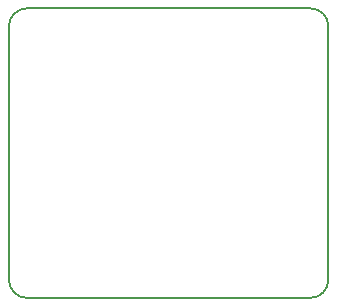
<source format=gbr>
%TF.GenerationSoftware,KiCad,Pcbnew,(6.0.1)*%
%TF.CreationDate,2023-01-05T10:23:13+08:00*%
%TF.ProjectId,Solenoid valve,536f6c65-6e6f-4696-9420-76616c76652e,rev?*%
%TF.SameCoordinates,Original*%
%TF.FileFunction,Profile,NP*%
%FSLAX46Y46*%
G04 Gerber Fmt 4.6, Leading zero omitted, Abs format (unit mm)*
G04 Created by KiCad (PCBNEW (6.0.1)) date 2023-01-05 10:23:13*
%MOMM*%
%LPD*%
G01*
G04 APERTURE LIST*
%TA.AperFunction,Profile*%
%ADD10C,0.150000*%
%TD*%
G04 APERTURE END LIST*
D10*
X1524000Y24511000D02*
G75*
G03*
X0Y22987000I3J-1524003D01*
G01*
X0Y1524000D02*
G75*
G03*
X1524000Y0I1524003J3D01*
G01*
X0Y1524000D02*
X0Y22987000D01*
X27051000Y22987000D02*
X27051000Y1524000D01*
X27051000Y22987000D02*
G75*
G03*
X25527000Y24511000I-1524003J-3D01*
G01*
X25527000Y0D02*
G75*
G03*
X27051000Y1524000I-3J1524003D01*
G01*
X1524000Y0D02*
X25527000Y0D01*
X1524000Y24511000D02*
X25527000Y24511000D01*
M02*

</source>
